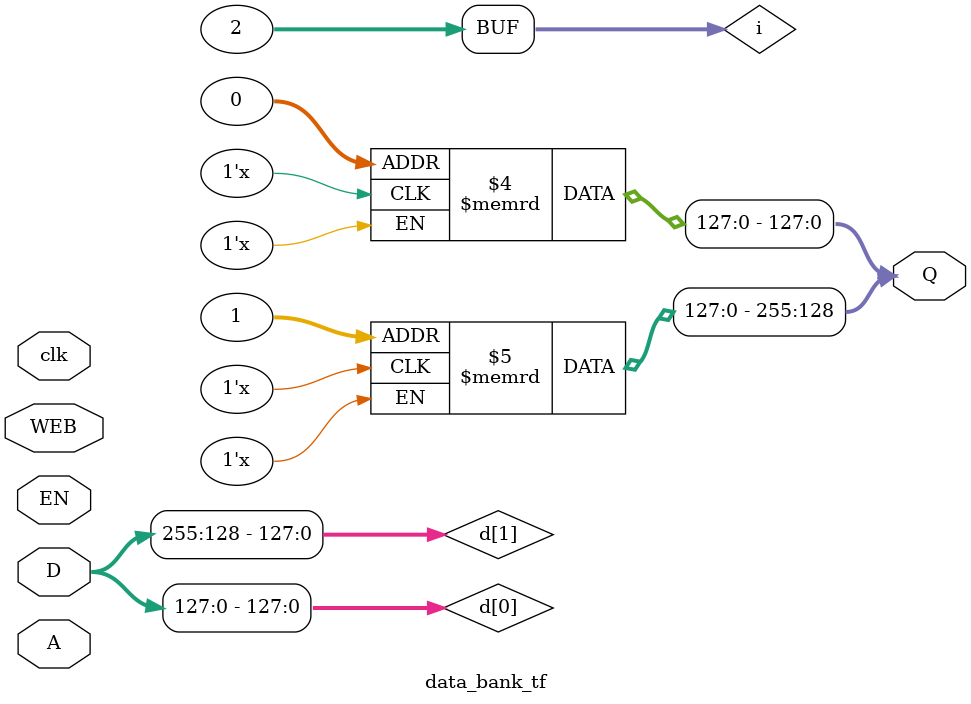
<source format=v>
module tf_gen_top( //4 engines version; 2024/07/10
    input          clk         ,
    input          rst_n       ,
    input          start       ,
    input          wen         , //write data(seed) to seed_banks
    input          ren         , //read data(tf) in tf_banks
    input  [ 7:0]  addr_r      , //read data(tf) in tf_banks
    input  [ 7:0]  addr_w      , //write data(seed) to seed_banks
    input  [255:0] seed_i_0    ,
    input  [255:0] seed_i_1    ,
    input  [255:0] seed_i_2    ,
    input  [255:0] seed_i_3    ,
    input  [255:0] tf_i_0      ,
    input  [255:0] tf_i_1      ,
    input  [255:0] tf_i_2      ,
    input  [255:0] tf_i_3      ,
    input  [255:0] tf_i_4      ,
    input  [255:0] tf_i_5      ,
    input  [255:0] tf_i_6      ,
    input  [255:0] tf_i_7      ,
    input  [255:0] tf_i_8      ,
    input  [255:0] tf_i_9      ,
    input  [255:0] tf_i_a      ,
    input  [255:0] tf_i_b      ,
    input  [255:0] tf_i_c      ,
    input  [255:0] tf_i_d      ,
    input  [255:0] tf_i_e      ,
    input  [255:0] tf_i_f      ,
    output [  7:0] tf_bank_addr,
    output         tf_bank_web ,
    output         tf_bank_en  ,
    output [255:0] tf_r_0      ,
    output [255:0] tf_r_1      ,
    output [255:0] tf_r_2      ,
    output [255:0] tf_r_3      ,
    output [255:0] tf_r_4      ,
    output [255:0] tf_r_5      ,
    output [255:0] tf_r_6      ,
    output [255:0] tf_r_7      ,
    output [255:0] tf_r_8      ,
    output [255:0] tf_r_9      ,
    output [255:0] tf_r_a      ,
    output [255:0] tf_r_b      ,
    output [255:0] tf_r_c      ,
    output [255:0] tf_r_d      ,
    output [255:0] tf_r_e      ,
    output [255:0] tf_r_f      ,
    output [255:0] tf_o_0      ,
    output [255:0] tf_o_1      ,
    output [255:0] tf_o_2      ,
    output [255:0] tf_o_3      ,
    output [255:0] tf_o_4      ,
    output [255:0] tf_o_5      ,
    output [255:0] tf_o_6      ,
    output [255:0] tf_o_7      ,
    output [255:0] tf_o_8      ,
    output [255:0] tf_o_9      ,
    output [255:0] tf_o_a      ,
    output [255:0] tf_o_b      ,
    output [255:0] tf_o_c      ,
    output [255:0] tf_o_d      ,
    output [255:0] tf_o_e      ,
    output [255:0] tf_o_f      ,
    output         done_row    ,
    output         done        //
    );

    wire         load  ;
    wire         vld   ;
    wire         en    ;
    wire         ren_c   ;
    wire         wen_c   ;
    wire [7:0]   addr_r_c;
    wire [7:0]   addr_w_c;
    wire [1:0]   sel_sr;
    wire         sel_mm;
    wire [255:0] tf [15:0];
    wire         done_c;
    //wire         en_mem;

    wire [255:0] seed_in [3:0];
    assign seed_in[0] = seed_i_0;
    assign seed_in[1] = seed_i_1;
    assign seed_in[2] = seed_i_2;
    assign seed_in[3] = seed_i_3;
    wire [255:0] seed_o [3:0];

    reg [255:0] tf_r [15:0];
    integer h;
    always @(posedge clk) begin
        for (h=0; h<16; h=h+1) begin
            tf_r[h] <= tf[h];
        end
    end

    assign tf_r_0 = tf_r[0]  ;
    assign tf_r_1 = tf_r[1]  ;
    assign tf_r_2 = tf_r[2]  ;
    assign tf_r_3 = tf_r[3]  ;
    assign tf_r_4 = tf_r[4]  ;
    assign tf_r_5 = tf_r[5]  ;
    assign tf_r_6 = tf_r[6]  ;
    assign tf_r_7 = tf_r[7]  ;
    assign tf_r_8 = tf_r[8]  ;
    assign tf_r_9 = tf_r[9]  ;
    assign tf_r_a = tf_r[10] ;
    assign tf_r_b = tf_r[11] ;
    assign tf_r_c = tf_r[12] ;
    assign tf_r_d = tf_r[13] ;
    assign tf_r_e = tf_r[14] ;
    assign tf_r_f = tf_r[15] ;

    localparam M = 256'h 73eda753299d7d483339d80809a1d80553bda402fffe5bfeffffffff00000001;
    reg  first;
    always @(posedge clk or negedge rst_n) begin
        if(!rst_n) first <= 1'b1;
        else if (done_c) first <= 1'b1; //recover to '1' when calculation of all tf is done
        else if (start) first <= 1'b0;
    end
    wire done_row_c;
    tf_gen_ctrl ctrl_U0 (
        .clk      (clk   ),
        .rst_n    (rst_n ),
        .first    (first ),
        .start    (start ),
        .load     (load  ),
        .vld      (vld   ),
        .en       (en    ),
        .ren      (ren_c   ),
        .wen      (wen_c   ),
        .addr_r   (addr_r_c),
        .addr_w   (addr_w_c),
        .sel_sr   (sel_sr),
        .sel_mm   (sel_mm),
        .done_row (done_row_c),
        .done     (done_c  )
    );
    reg en_dly0, wen_c_dly0, done_row_dly, done_dly;
    reg [7:0] addr_r_c_dly, addr_w_c_dly0;
    reg [1:0] sel_sr_dly;
    always @(posedge clk) begin
        en_dly0       <= en       ;
        wen_c_dly0    <= wen_c    ;
        addr_w_c_dly0 <= addr_w_c ;
        sel_sr_dly   <= sel_sr   ;
        done_row_dly <= done_row_c ;
        done_dly     <= done_c     ;
    end
    assign done_row = done_row_dly;
    assign done = done_dly;

    wire [255:0] tf_o [15:0];

    assign tf_o[0]  = tf_i_0;
    assign tf_o[1]  = tf_i_1;
    assign tf_o[2]  = tf_i_2;
    assign tf_o[3]  = tf_i_3;
    assign tf_o[4]  = tf_i_4;
    assign tf_o[5]  = tf_i_5;
    assign tf_o[6]  = tf_i_6;
    assign tf_o[7]  = tf_i_7;
    assign tf_o[8]  = tf_i_8;
    assign tf_o[9]  = tf_i_9;
    assign tf_o[10] = tf_i_a;
    assign tf_o[11] = tf_i_b;
    assign tf_o[12] = tf_i_c;
    assign tf_o[13] = tf_i_d;
    assign tf_o[14] = tf_i_e;
    assign tf_o[15] = tf_i_f;

    assign tf_o_0  = tf_o[0];
    assign tf_o_1  = tf_o[1];
    assign tf_o_2  = tf_o[2];
    assign tf_o_3  = tf_o[3];
    assign tf_o_4  = tf_o[4];
    assign tf_o_5  = tf_o[5];
    assign tf_o_6  = tf_o[6];
    assign tf_o_7  = tf_o[7];
    assign tf_o_8  = tf_o[8];
    assign tf_o_9  = tf_o[9];
    assign tf_o_a  = tf_o[10];
    assign tf_o_b  = tf_o[11];
    assign tf_o_c  = tf_o[12];
    assign tf_o_d  = tf_o[13];
    assign tf_o_e  = tf_o[14];
    assign tf_o_f  = tf_o[15];

    reg wen_c_dly1, wen_c_dly2;
    reg [7:0] addr_w_c_dly1, addr_w_c_dly2;
    always @(posedge clk) begin
        wen_c_dly1 <= wen_c_dly0; wen_c_dly2 <= wen_c_dly1;
        addr_w_c_dly1 <= addr_w_c_dly0; addr_w_c_dly2 <= addr_w_c_dly1;
    end

    assign tf_bank_en = ~(ren | wen_c_dly1);
    assign tf_bank_web = (ren) ? ren : ~wen_c_dly1;
    assign tf_bank_addr = (ren) ? addr_r : addr_w_c_dly1;

    genvar i;
    generate for (i=0; i<4; i=i+1)
        begin: g_seed_bank
            data_bank_tf #(.addr_width(8), .data_width(256), .depth(256))
            seed_bank_U (.clk(clk), .A(addr_r_c), .D(seed_in[i]), .WEB(ren_c), .EN(~ren_c), .Q(seed_o[i])); //EN port low-active
        end
    endgenerate
    //genvar j;
    //generate for (j=0; j<16; j=j+1)
    //    begin: g_tf_bank
    //        data_bank_tf #(.addr_width(8), .data_width(256), .depth(256))
    //        tf_bank_U (.clk(clk), .A(tf_bank_addr), .D(tf_r[j]), .WEB(tf_bank_web), .EN(tf_bank_en), .Q(tf_o[j])); //EN port low-active
    //    end
    //endgenerate
    wire [1:0] sel_sr_engine [3:0];
    assign sel_sr_engine[0] = sel_sr;
    assign sel_sr_engine[1] = sel_sr + 2'd1;
    assign sel_sr_engine[2] = sel_sr + 2'd2;
    assign sel_sr_engine[3] = sel_sr + 2'd3;
    reg [255:0] seed_o_r [3:0];
    always @(posedge clk) begin
        seed_o_r[0] <= seed_o[0]; seed_o_r[1] <= seed_o[1]; seed_o_r[2] <= seed_o[2]; seed_o_r[3] <= seed_o[3];
    end
    reg [1:0] sel_sr_engine_dly0 [3:0];
    always @(posedge clk) begin
        sel_sr_engine_dly0[0] <= sel_sr_engine[0]; sel_sr_engine_dly0[1] <= sel_sr_engine[1];
        sel_sr_engine_dly0[2] <= sel_sr_engine[2]; sel_sr_engine_dly0[3] <= sel_sr_engine[3];
    end
    reg sel_mm_dly0 , sel_mm_dly1  ;
    reg load_dly0   , load_dly1    ;
    reg en_dly1      ;
    reg vld_dly0    , vld_dly1     ;
    always @(posedge clk) begin
        sel_mm_dly0 <= sel_mm; load_dly0 <= load;
        vld_dly0 <= vld;
        sel_mm_dly1 <= sel_mm_dly0; load_dly1 <= load_dly0;
        en_dly1 <= en_dly0; vld_dly1 <= vld_dly0;
    end
    genvar k;
    generate for (k=0; k<4; k=k+1)
        begin: g_engine0
            tf_gen_engine tf_engine_set_U0(
                .clk     (clk      ),
                .rst_n   (rst_n    ),
                .sel_sr  (sel_sr_engine_dly0[k]   ),
                .sel_mm  (sel_mm_dly0   ),
                .load    (load_dly0     ),
                .en      (en_dly0       ),
                .vld     (vld_dly0      ),
                .seed_i_a(seed_o_r[0]),
                .seed_i_b(seed_o_r[1]),
                .seed_i_c(seed_o_r[2]),
                .seed_i_d(seed_o_r[3]),
                .tf_a    (tf[k*4+0]),
                .tf_b    (tf[k*4+1]),
                .tf_c    (tf[k*4+2]),
                .tf_d    (tf[k*4+3])
            );
        end
    endgenerate

endmodule

module data_bank_tf
    #(parameter addr_width = 8,
                 data_width = 256,
                 depth = 256)
    (
    input clk,
    input [addr_width-1:0] A,//write/read address
    input [data_width-1:0] D,
    input WEB,
    input EN,
    output reg [data_width-1:0] Q
    );
    localparam INS_NUM = 2;
    reg [(data_width/INS_NUM)-1:0] d [INS_NUM-1:0];
    reg [(data_width/INS_NUM)-1:0] q [INS_NUM-1:0];

    integer i;
    always@(*) begin
      for (i=0; i<INS_NUM; i=i+1) begin
        d[i] <= D[i*128 +: 128];
        Q[i*128 +: 128] <= q[i];
      end
    end

    genvar j;
    generate for (j=0; j<INS_NUM; j=j+1)
      begin:g_mem_inst
        TS5N28HPCPHVTA256X128M2F u_mem
        (
          .A(A),
          .D(d[j]),
          .WEB(WEB),
          .CEB(EN),
          .CLK(clk),
          .Q(q[j])
        );
      end
    endgenerate
endmodule

</source>
